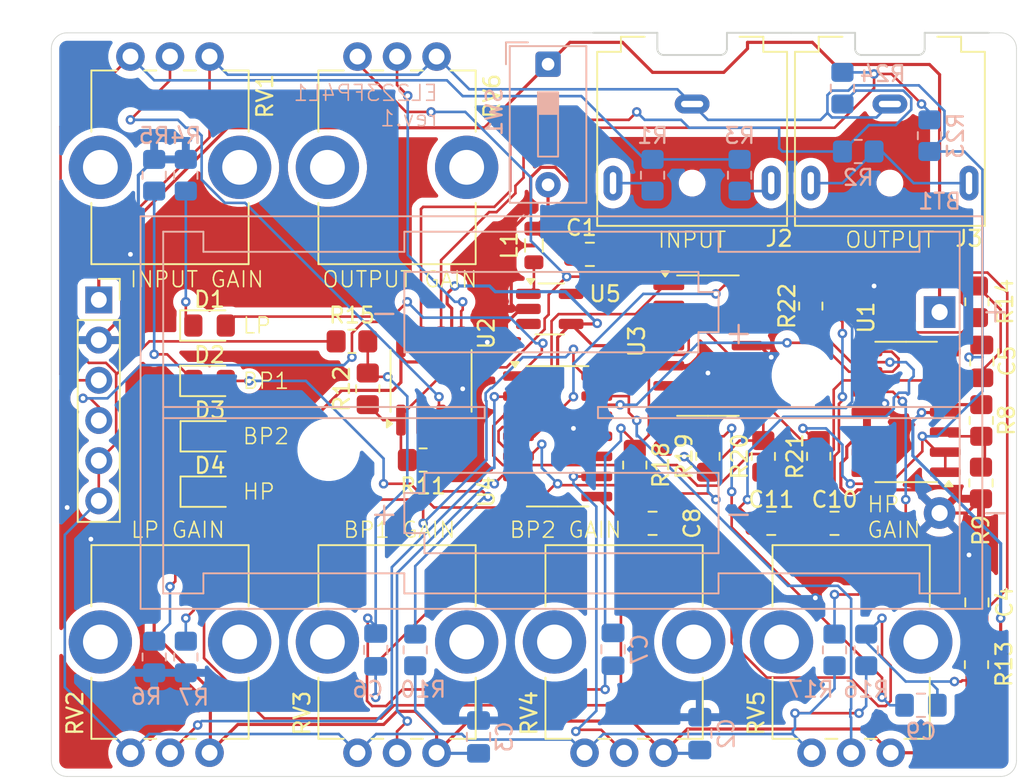
<source format=kicad_pcb>
(kicad_pcb
	(version 20241229)
	(generator "pcbnew")
	(generator_version "9.0")
	(general
		(thickness 1.6)
		(legacy_teardrops no)
	)
	(paper "A4")
	(layers
		(0 "F.Cu" signal)
		(2 "B.Cu" signal)
		(9 "F.Adhes" user "F.Adhesive")
		(11 "B.Adhes" user "B.Adhesive")
		(13 "F.Paste" user)
		(15 "B.Paste" user)
		(5 "F.SilkS" user "F.Silkscreen")
		(7 "B.SilkS" user "B.Silkscreen")
		(1 "F.Mask" user)
		(3 "B.Mask" user)
		(17 "Dwgs.User" user "User.Drawings")
		(19 "Cmts.User" user "User.Comments")
		(21 "Eco1.User" user "User.Eco1")
		(23 "Eco2.User" user "User.Eco2")
		(25 "Edge.Cuts" user)
		(27 "Margin" user)
		(31 "F.CrtYd" user "F.Courtyard")
		(29 "B.CrtYd" user "B.Courtyard")
		(35 "F.Fab" user)
		(33 "B.Fab" user)
		(39 "User.1" user)
		(41 "User.2" user)
		(43 "User.3" user)
		(45 "User.4" user)
	)
	(setup
		(stackup
			(layer "F.SilkS"
				(type "Top Silk Screen")
			)
			(layer "F.Paste"
				(type "Top Solder Paste")
			)
			(layer "F.Mask"
				(type "Top Solder Mask")
				(thickness 0.01)
			)
			(layer "F.Cu"
				(type "copper")
				(thickness 0.035)
			)
			(layer "dielectric 1"
				(type "core")
				(thickness 1.51)
				(material "FR4")
				(epsilon_r 4.5)
				(loss_tangent 0.02)
			)
			(layer "B.Cu"
				(type "copper")
				(thickness 0.035)
			)
			(layer "B.Mask"
				(type "Bottom Solder Mask")
				(thickness 0.01)
			)
			(layer "B.Paste"
				(type "Bottom Solder Paste")
			)
			(layer "B.SilkS"
				(type "Bottom Silk Screen")
			)
			(copper_finish "None")
			(dielectric_constraints no)
		)
		(pad_to_mask_clearance 0)
		(allow_soldermask_bridges_in_footprints no)
		(tenting front back)
		(aux_axis_origin 25 23.5)
		(pcbplotparams
			(layerselection 0x00000000_00000000_55555555_5755f5ff)
			(plot_on_all_layers_selection 0x00000000_00000000_00000000_00000000)
			(disableapertmacros no)
			(usegerberextensions no)
			(usegerberattributes yes)
			(usegerberadvancedattributes yes)
			(creategerberjobfile yes)
			(dashed_line_dash_ratio 12.000000)
			(dashed_line_gap_ratio 3.000000)
			(svgprecision 4)
			(plotframeref no)
			(mode 1)
			(useauxorigin no)
			(hpglpennumber 1)
			(hpglpenspeed 20)
			(hpglpendiameter 15.000000)
			(pdf_front_fp_property_popups yes)
			(pdf_back_fp_property_popups yes)
			(pdf_metadata yes)
			(pdf_single_document no)
			(dxfpolygonmode yes)
			(dxfimperialunits yes)
			(dxfusepcbnewfont yes)
			(psnegative no)
			(psa4output no)
			(plot_black_and_white yes)
			(plotinvisibletext no)
			(sketchpadsonfab no)
			(plotpadnumbers no)
			(hidednponfab no)
			(sketchdnponfab yes)
			(crossoutdnponfab yes)
			(subtractmaskfromsilk no)
			(outputformat 1)
			(mirror no)
			(drillshape 0)
			(scaleselection 1)
			(outputdirectory "prod/")
		)
	)
	(net 0 "")
	(net 1 "GND")
	(net 2 "Net-(U1B-+)")
	(net 3 "VREF")
	(net 4 "Net-(U3A--)")
	(net 5 "Net-(U3C--)")
	(net 6 "/FILTERS/OBP1")
	(net 7 "/RAIL_GEN/VIN+")
	(net 8 "VCC")
	(net 9 "/FILTERS/IBP1")
	(net 10 "Net-(U1C-+)")
	(net 11 "/FILTERS/OBP2")
	(net 12 "Net-(C10-Pad1)")
	(net 13 "Net-(U3D--)")
	(net 14 "/LED_GAIN/OUTA")
	(net 15 "Net-(D1-K)")
	(net 16 "/LED_GAIN/OUTB")
	(net 17 "Net-(D2-K)")
	(net 18 "/LED_GAIN/OUTC")
	(net 19 "Net-(D3-K)")
	(net 20 "Net-(D4-K)")
	(net 21 "/LED_GAIN/OUTD")
	(net 22 "OUT")
	(net 23 "IN")
	(net 24 "Net-(J2-PadR)")
	(net 25 "Net-(J2-PadT)")
	(net 26 "Net-(J3-PadR)")
	(net 27 "Net-(U5-SW)")
	(net 28 "Net-(U1A-+)")
	(net 29 "/LED_GAIN/AREF")
	(net 30 "/LED_GAIN/BREF")
	(net 31 "/LED_GAIN/CREF")
	(net 32 "/LED_GAIN/DREF")
	(net 33 "Net-(U1D--)")
	(net 34 "/FILTERS/OHP")
	(net 35 "/FILTERS/OLP")
	(net 36 "Net-(U3B--)")
	(net 37 "unconnected-(U5-NC-Pad3)")
	(net 38 "unconnected-(U5-NC-Pad5)")
	(net 39 "Net-(C6-Pad1)")
	(net 40 "Net-(C8-Pad1)")
	(net 41 "Net-(C8-Pad2)")
	(net 42 "Net-(U2A--)")
	(net 43 "Net-(U2B--)")
	(net 44 "Net-(U2A-+)")
	(net 45 "Net-(U2B-+)")
	(net 46 "/VIN")
	(footprint "Connector_Audio:Jack_3.5mm_CUI_SJ1-3523N_Horizontal" (layer "F.Cu") (at 65.5 28 180))
	(footprint "LED_SMD:LED_0805_2012Metric_Pad1.15x1.40mm_HandSolder" (layer "F.Cu") (at 35.025 52.5))
	(footprint "Connector_PinSocket_2.54mm:PinSocket_1x06_P2.54mm_Vertical" (layer "F.Cu") (at 28 40.38))
	(footprint "LED_SMD:LED_0805_2012Metric_Pad1.15x1.40mm_HandSolder" (layer "F.Cu") (at 35 45.5))
	(footprint "Capacitor_SMD:C_0805_2012Metric_Pad1.18x1.45mm_HandSolder" (layer "F.Cu") (at 63 54.5 180))
	(footprint "Inductor_SMD:L_0805_2012Metric" (layer "F.Cu") (at 55.5 36.9375 90))
	(footprint "Package_SO:SOIC-14_3.9x8.7mm_P1.27mm" (layer "F.Cu") (at 57 49))
	(footprint "Package_TO_SOT_SMD:SOT-23-5_HandSoldering" (layer "F.Cu") (at 56.5 40.95))
	(footprint "Capacitor_SMD:C_0805_2012Metric_Pad1.18x1.45mm_HandSolder" (layer "F.Cu") (at 70.5 54.5 180))
	(footprint "LED_SMD:LED_0805_2012Metric_Pad1.15x1.40mm_HandSolder" (layer "F.Cu") (at 35 42))
	(footprint "Resistor_SMD:R_0805_2012Metric_Pad1.20x1.40mm_HandSolder" (layer "F.Cu") (at 48.5 50.5 180))
	(footprint "Connector_Audio:Jack_3.5mm_CUI_SJ1-3523N_Horizontal" (layer "F.Cu") (at 78 28 180))
	(footprint "Resistor_SMD:R_0805_2012Metric_Pad1.20x1.40mm_HandSolder" (layer "F.Cu") (at 83.5 40.5 90))
	(footprint "Capacitor_SMD:C_0805_2012Metric_Pad1.18x1.45mm_HandSolder" (layer "F.Cu") (at 83.5 59.5 90))
	(footprint "Resistor_SMD:R_0805_2012Metric_Pad1.20x1.40mm_HandSolder" (layer "F.Cu") (at 45 46 90))
	(footprint "Package_SO:SOIC-14_3.9x8.7mm_P1.27mm" (layer "F.Cu") (at 79.025 47.46 180))
	(footprint "Capacitor_SMD:C_0805_2012Metric_Pad1.18x1.45mm_HandSolder" (layer "F.Cu") (at 83.808728 44.265881 -90))
	(footprint "Custom:Potentiometer_Bourns_PTV09A-1_Single_Vertical" (layer "F.Cu") (at 44.35 25 -90))
	(footprint "Capacitor_SMD:C_0805_2012Metric_Pad1.18x1.45mm_HandSolder" (layer "F.Cu") (at 59.0375 37.5))
	(footprint "Resistor_SMD:R_0805_2012Metric_Pad1.20x1.40mm_HandSolder" (layer "F.Cu") (at 73 40.77 90))
	(footprint "Custom:Potentiometer_Bourns_PTV09A-1_Single_Vertical" (layer "F.Cu") (at 35 69 90))
	(footprint "Custom:Potentiometer_Bourns_PTV09A-1_Single_Vertical" (layer "F.Cu") (at 78.05 69 90))
	(footprint "Resistor_SMD:R_0805_2012Metric_Pad1.20x1.40mm_HandSolder" (layer "F.Cu") (at 70 50.27 -90))
	(footprint "Resistor_SMD:R_0805_2012Metric_Pad1.20x1.40mm_HandSolder" (layer "F.Cu") (at 66.5 50.27 -90))
	(footprint "Package_SO:SOIC-14_3.9x8.7mm_P1.27mm" (layer "F.Cu") (at 66.5 43.27))
	(footprint "Resistor_SMD:R_0805_2012Metric_Pad1.20x1.40mm_HandSolder" (layer "F.Cu") (at 83.756554 51.949585 -90))
	(footprint "Custom:Potentiometer_Bourns_PTV09A-1_Single_Vertical" (layer "F.Cu") (at 63.7 69 90))
	(footprint "Resistor_SMD:R_0805_2012Metric_Pad1.20x1.40mm_HandSolder" (layer "F.Cu") (at 44 43))
	(footprint "Capacitor_SMD:C_0805_2012Metric_Pad1.18x1.45mm_HandSolder" (layer "F.Cu") (at 74.5 54.5))
	(footprint "Resistor_SMD:R_0805_2012Metric_Pad1.20x1.40mm_HandSolder" (layer "F.Cu") (at 61.87591 50.8185 -90))
	(footprint "Potentiometer_THT:Potentiometer_Bourns_PTV09A-1_Single_Vertical" (layer "F.Cu") (at 30 25 -90))
	(footprint "LED_SMD:LED_0805_2012Metric_Pad1.15x1.40mm_HandSolder" (layer "F.Cu") (at 35.025 49))
	(footprint "Custom:Potentiometer_Bourns_PTV09A-1_Single_Vertical" (layer "F.Cu") (at 49.35 69 90))
	(footprint "Resistor_SMD:R_0805_2012Metric_Pad1.20x1.40mm_HandSolder" (layer "F.Cu") (at 73.5 50.27 -90))
	(footprint "Resistor_SMD:R_0805_2012Metric_Pad1.20x1.40mm_HandSolder"
		(layer "F.Cu")
		(uuid "ea5f78f7-08a0-407f-85a0-6cbde15528e6")
		(at 83.473393 63.430892 -90)
		(descr "Resistor SMD 0805 (2012 Metric), square (rectangular) end terminal, IPC_7351 nominal with elongated pad for handsoldering. (Body size source: IPC-SM-782 page 72, https://www.pcb-3d.com/wordpress/wp-content/uploads/ipc-sm-782a_amendment_1_and_2.pdf), generated with kicad-footprint-generator")
		(tags "resistor handsolder")
		(property "Reference" "R13"
			(at -0.031829 -1.739421 90)
			(layer "F.SilkS")
			(uuid "a663c76b-8f09-4f1a-b1c6-5f97263b5a77")
			(effects
				(font
					(size 1 1)
					(thickness 0.15)
				)
			)
		)
		(property "Value" "3.3k"
			(at 0 1.65 90)
			(layer "F.Fab")
			(uuid "f74fe375-7144-46ea-a146-beeb76750d5f")
			(effects
				(font
					(size 1 1)
					(thickness 0.15)
				)
			)
		)
		(property "Datasheet" ""
			(at 0 0 270)
			(unlocked yes)
			(layer "F.Fab")
			(hide yes)
			(uuid "7130663a-00dd-4796-858b-8e954291fbfe")
			(effects
				(font
					(size 1.27 1.27)
					(thickness 0.15)
				)
			)
		)
		(property "Description" "Resistor, US symbol"
			(at 0 0 270)
			(unlocked yes)
			(layer "F.Fab")
			(hide yes)
			(uuid "07d94c3d-7822-4e32-8208-118ddc9c41f7")
			(effects
				(font
					(size 1.27 1.27)
					(thickness 0.15)
				)
			)
		)
		(property ki_fp_filters "R_*")
		(path "/471db3e4-e213-4827-95bb-9215dfa99989/8938acf2-2f86-45e6-b70d-0871765f9a54")
		(sheetname "/FILTERS/")
		(sheetfile "filters.kicad_sch")
		(attr smd)
		(fp_line
			(start -0.227064 0.735)
			(end 0.227064 0.735)
			(stroke
				(width 0.12)
				(type solid)
			)
			(layer "F.SilkS")
			(uuid "521a9a13-7c3a-47ad-9832-24fa99648727")
		)
		(fp_line
			(start -0.227064 -0.735)
			(end 0.227064 -0.735)
			(stroke
				(width 0.12)
				(type solid)
			)
			(layer "F.SilkS")
			(uuid "feb7c8b8-9988-4815-884f-e2e2cbdbb641")
		)
		(fp_line
			(start -1.85 0.95)
			(end -1.85 -0.95)
			(stroke
				(width 0.05)
				(type solid)
			)
			(layer "F.CrtYd")
			(uuid "c00c2114-662a-4183-a16c-011597fc09a2")
		)
		(fp_line
			(start 1.85 0.95)
			(end -1.85 0.95)
			(stroke
				(width 0.05)
				(type solid)
			)
			(layer "F.CrtYd")
			(uuid "0576c352-4c4c-4476-970d-9128583244c9")
		)
		(fp_line
			(start -1.85 -0.95)
			(end 1.85 -0.95)
			(stroke
				(width 0.05)
				(type solid)
			)
			(layer "F.CrtYd")
			(uuid "9444c9fb-9036-47d7-bc8b-3a774e76a340")
		)
		(fp_line
			(start 1.85 -0.95)
			(end 1.8
... [411185 chars truncated]
</source>
